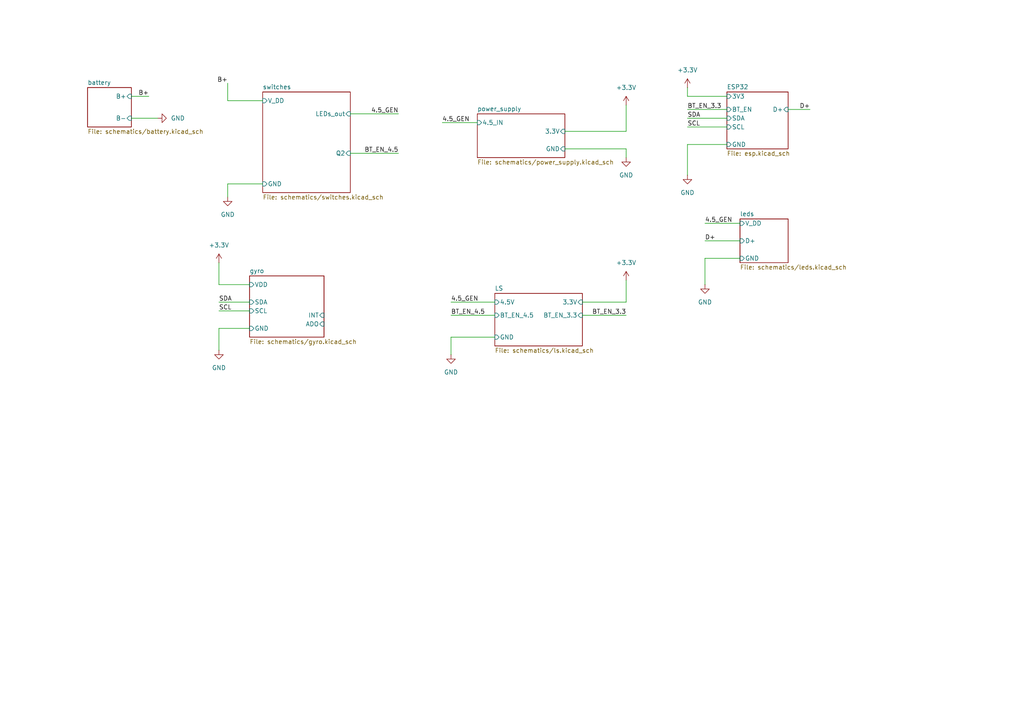
<source format=kicad_sch>
(kicad_sch (version 20250114) (generator "eeschema") (generator_version "9.0")
  (paper "A4")
  (lib_symbols
    (symbol "power:+3.3V" (power) (pin_numbers (hide yes)) (pin_names (offset 0) (hide yes))
      (property "Value" "+3.3V" (at 0 3.556 0))
      (symbol "+3.3V_0_1"
        (polyline (pts (xy -0.762 1.27) (xy 0 2.54)))
        (polyline (pts (xy 0 2.54) (xy 0.762 1.27)))
        (polyline (pts (xy 0 0) (xy 0 2.54)))
      )
      (symbol "+3.3V_1_1"
        (pin power_in line (at 0 0 90) (length 0) (name "~") (number "1"))
      )
    )
    (symbol "power:GND" (power) (pin_numbers (hide yes)) (pin_names (offset 0) (hide yes))
      (property "Value" "GND" (at 0 -3.81 0))
      (symbol "GND_0_1"
        (polyline (pts (xy 0 0) (xy 0 -1.27) (xy 1.27 -1.27) (xy 0 -2.54) (xy -1.27 -1.27) (xy 0 -1.27)))
      )
      (symbol "GND_1_1"
        (pin power_in line (at 0 0 270) (length 0) (name "~") (number "1"))
      )
    )
  )
  (wire (pts (xy 168.91 91.44) (xy 181.61 91.44)))
  (wire (pts (xy 66.04 53.34) (xy 76.2 53.34)))
  (wire (pts (xy 63.5 101.6) (xy 63.5 95.25)))
  (wire (pts (xy 66.04 24.13) (xy 66.04 29.21)))
  (wire (pts (xy 199.39 50.8) (xy 199.39 41.91)))
  (wire (pts (xy 181.61 38.1) (xy 181.61 30.48)))
  (wire (pts (xy 130.81 97.79) (xy 143.51 97.79)))
  (wire (pts (xy 38.1 34.29) (xy 45.72 34.29)))
  (wire (pts (xy 128.27 35.56) (xy 138.43 35.56)))
  (wire (pts (xy 204.47 64.77) (xy 214.63 64.77)))
  (wire (pts (xy 168.91 87.63) (xy 181.61 87.63)))
  (wire (pts (xy 130.81 102.87) (xy 130.81 97.79)))
  (wire (pts (xy 234.95 31.75) (xy 228.6 31.75)))
  (wire (pts (xy 199.39 31.75) (xy 210.82 31.75)))
  (wire (pts (xy 63.5 90.17) (xy 72.39 90.17)))
  (wire (pts (xy 63.5 82.55) (xy 72.39 82.55)))
  (wire (pts (xy 130.81 91.44) (xy 143.51 91.44)))
  (wire (pts (xy 63.5 95.25) (xy 72.39 95.25)))
  (wire (pts (xy 63.5 87.63) (xy 72.39 87.63)))
  (wire (pts (xy 199.39 27.94) (xy 210.82 27.94)))
  (wire (pts (xy 101.6 44.45) (xy 115.57 44.45)))
  (wire (pts (xy 199.39 25.4) (xy 199.39 27.94)))
  (wire (pts (xy 163.83 38.1) (xy 181.61 38.1)))
  (wire (pts (xy 181.61 43.18) (xy 181.61 45.72)))
  (wire (pts (xy 163.83 43.18) (xy 181.61 43.18)))
  (wire (pts (xy 130.81 87.63) (xy 143.51 87.63)))
  (wire (pts (xy 181.61 87.63) (xy 181.61 81.28)))
  (wire (pts (xy 204.47 82.55) (xy 204.47 74.93)))
  (wire (pts (xy 66.04 29.21) (xy 76.2 29.21)))
  (wire (pts (xy 199.39 34.29) (xy 210.82 34.29)))
  (wire (pts (xy 101.6 33.02) (xy 115.57 33.02)))
  (wire (pts (xy 204.47 74.93) (xy 214.63 74.93)))
  (wire (pts (xy 66.04 57.15) (xy 66.04 53.34)))
  (wire (pts (xy 204.47 69.85) (xy 214.63 69.85)))
  (wire (pts (xy 199.39 41.91) (xy 210.82 41.91)))
  (wire (pts (xy 199.39 36.83) (xy 210.82 36.83)))
  (wire (pts (xy 38.1 27.94) (xy 43.18 27.94)))
  (wire (pts (xy 63.5 76.2) (xy 63.5 82.55)))
  (label "D+" (at 234.95 31.75 180))
  (label "B+" (at 43.18 27.94 180))
  (label "4.5_GEN" (at 115.57 33.02 180))
  (label "4.5_GEN" (at 128.27 35.56 0))
  (label "BT_EN_3.3" (at 181.61 91.44 180))
  (label "SDA" (at 63.5 87.63 0))
  (label "D+" (at 204.47 69.85 0))
  (label "4.5_GEN" (at 130.81 87.63 0))
  (label "SCL" (at 199.39 36.83 0))
  (label "B+" (at 66.04 24.13 180))
  (label "4.5_GEN" (at 204.47 64.77 0))
  (label "SDA" (at 199.39 34.29 0))
  (label "BT_EN_4.5" (at 130.81 91.44 0))
  (label "SCL" (at 63.5 90.17 0))
  (label "BT_EN_4.5" (at 115.57 44.45 180))
  (label "BT_EN_3.3" (at 199.39 31.75 0))
  (symbol (lib_id "power:+3.3V") (at 199.39 25.4 0) (unit 1)
    (property "Reference" "#PWR04" (effects (hide yes)))
    (property "Value" "+3.3V" (at 199.39 20.32 0))
    (property "Description" "Power symbol creates a global label with name \"+3.3V\"" (effects (hide yes)))
  )
  (symbol (lib_id "power:GND") (at 199.39 50.8 0) (unit 1)
    (property "Reference" "#PWR05" (effects (hide yes)))
    (property "Value" "GND" (at 199.39 55.88 0))
    (property "Description" "Power symbol creates a global label with name \"GND\" , ground" (effects (hide yes)))
  )
  (symbol (lib_id "power:GND") (at 66.04 57.15 0) (unit 1)
    (property "Reference" "#PWR07" (effects (hide yes)))
    (property "Value" "GND" (at 66.04 62.23 0))
    (property "Description" "Power symbol creates a global label with name \"GND\" , ground" (effects (hide yes)))
  )
  (symbol (lib_id "power:+3.3V") (at 63.5 76.2 0) (unit 1)
    (property "Reference" "#PWR06" (effects (hide yes)))
    (property "Value" "+3.3V" (at 63.5 71.12 0))
    (property "Description" "Power symbol creates a global label with name \"+3.3V\"" (effects (hide yes)))
  )
  (symbol (lib_id "power:GND") (at 204.47 82.55 0) (unit 1)
    (property "Reference" "#PWR08" (effects (hide yes)))
    (property "Value" "GND" (at 204.47 87.63 0))
    (property "Description" "Power symbol creates a global label with name \"GND\" , ground" (effects (hide yes)))
  )
  (symbol (lib_id "power:GND") (at 130.81 102.87 0) (unit 1)
    (property "Reference" "#PWR011" (effects (hide yes)))
    (property "Value" "GND" (at 130.81 107.95 0))
    (property "Description" "Power symbol creates a global label with name \"GND\" , ground" (effects (hide yes)))
  )
  (symbol (lib_id "power:+3.3V") (at 181.61 30.48 0) (unit 1)
    (property "Reference" "#PWR01" (effects (hide yes)))
    (property "Value" "+3.3V" (at 181.61 25.4 0))
    (property "Description" "Power symbol creates a global label with name \"+3.3V\"" (effects (hide yes)))
  )
  (symbol (lib_id "power:GND") (at 45.72 34.29 90) (unit 1)
    (property "Reference" "#PWR012" (effects (hide yes)))
    (property "Value" "GND" (at 49.53 34.2899 90) (effects (justify right)))
    (property "Description" "Power symbol creates a global label with name \"GND\" , ground" (effects (hide yes)))
  )
  (symbol (lib_id "power:GND") (at 63.5 101.6 0) (unit 1)
    (property "Reference" "#PWR03" (effects (hide yes)))
    (property "Value" "GND" (at 63.5 106.68 0))
    (property "Description" "Power symbol creates a global label with name \"GND\" , ground" (effects (hide yes)))
  )
  (symbol (lib_id "power:GND") (at 181.61 45.72 0) (unit 1)
    (property "Reference" "#PWR02" (effects (hide yes)))
    (property "Value" "GND" (at 181.61 50.8 0))
    (property "Description" "Power symbol creates a global label with name \"GND\" , ground" (effects (hide yes)))
  )
  (symbol (lib_id "power:+3.3V") (at 181.61 81.28 0) (unit 1)
    (property "Reference" "#PWR010" (effects (hide yes)))
    (property "Value" "+3.3V" (at 181.61 76.2 0))
    (property "Description" "Power symbol creates a global label with name \"+3.3V\"" (effects (hide yes)))
  )
  (sheet (at 25.4 25.4) (size 12.7 11.43) (stroke (width 0.1524))
    (property "Sheetname" "battery" (at 25.4 24.6884 0) (effects (justify left bottom)))
    (property "Sheetfile" "schematics/battery.kicad_sch" (at 25.4 37.4146 0) (effects (justify left top)))
    (pin "B+" input (at 38.1 27.94 0))
    (pin "B-" input (at 38.1 34.29 0))
  )
  (sheet (at 143.51 85.09) (size 25.4 15.24) (stroke (width 0.1524))
    (property "Sheetname" "LS" (at 143.51 84.3784 0) (effects (justify left bottom)))
    (property "Sheetfile" "schematics/ls.kicad_sch" (at 143.51 100.9146 0) (effects (justify left top)))
    (pin "3.3V" input (at 168.91 87.63 0))
    (pin "4.5V" input (at 143.51 87.63 180))
    (pin "BT_EN_3.3" input (at 168.91 91.44 0))
    (pin "BT_EN_4.5" input (at 143.51 91.44 180))
    (pin "GND" input (at 143.51 97.79 180))
  )
  (sheet (at 214.63 63.5) (size 13.97 12.7) (stroke (width 0.1524))
    (property "Sheetname" "leds" (at 214.63 62.7884 0) (effects (justify left bottom)))
    (property "Sheetfile" "schematics/leds.kicad_sch" (at 214.63 76.7846 0) (effects (justify left top)))
    (pin "D+" input (at 214.63 69.85 180))
    (pin "GND" input (at 214.63 74.93 180))
    (pin "V_DD" input (at 214.63 64.77 180))
  )
  (sheet (at 210.82 26.67) (size 17.78 16.51) (stroke (width 0.1524))
    (property "Sheetname" "ESP32" (at 210.82 25.9584 0) (effects (justify left bottom)))
    (property "Sheetfile" "esp.kicad_sch" (at 210.82 43.7646 0) (effects (justify left top)))
    (pin "3V3" input (at 210.82 27.94 180))
    (pin "GND" input (at 210.82 41.91 180))
    (pin "D+" input (at 228.6 31.75 0))
    (pin "BT_EN" input (at 210.82 31.75 180))
    (pin "SCL" input (at 210.82 36.83 180))
    (pin "SDA" input (at 210.82 34.29 180))
  )
  (sheet (at 138.43 33.02) (size 25.4 12.7) (stroke (width 0.1524))
    (property "Sheetname" "power_supply" (at 138.43 32.3084 0) (effects (justify left bottom)))
    (property "Sheetfile" "schematics/power_supply.kicad_sch" (at 138.43 46.3046 0) (effects (justify left top)))
    (pin "3.3V" input (at 163.83 38.1 0))
    (pin "GND" input (at 163.83 43.18 0))
    (pin "4.5_IN" input (at 138.43 35.56 180))
  )
  (sheet (at 76.2 26.67) (size 25.4 29.21) (stroke (width 0.1524))
    (property "Sheetname" "switches" (at 76.2 25.9584 0) (effects (justify left bottom)))
    (property "Sheetfile" "schematics/switches.kicad_sch" (at 76.2 56.4646 0) (effects (justify left top)))
    (pin "GND" input (at 76.2 53.34 180))
    (pin "V_DD" input (at 76.2 29.21 180))
    (pin "LEDs_out" input (at 101.6 33.02 0))
    (pin "Q2" input (at 101.6 44.45 0))
  )
  (sheet (at 72.39 80.01) (size 21.59 17.78) (stroke (width 0.1524))
    (property "Sheetname" "gyro" (at 72.39 79.2984 0) (effects (justify left bottom)))
    (property "Sheetfile" "schematics/gyro.kicad_sch" (at 72.39 98.3746 0) (effects (justify left top)))
    (pin "ADO" input (at 93.98 93.98 0))
    (pin "GND" input (at 72.39 95.25 180))
    (pin "INT" input (at 93.98 91.44 0))
    (pin "SCL" input (at 72.39 90.17 180))
    (pin "SDA" input (at 72.39 87.63 180))
    (pin "VDD" input (at 72.39 82.55 180))
  )
)
</source>
